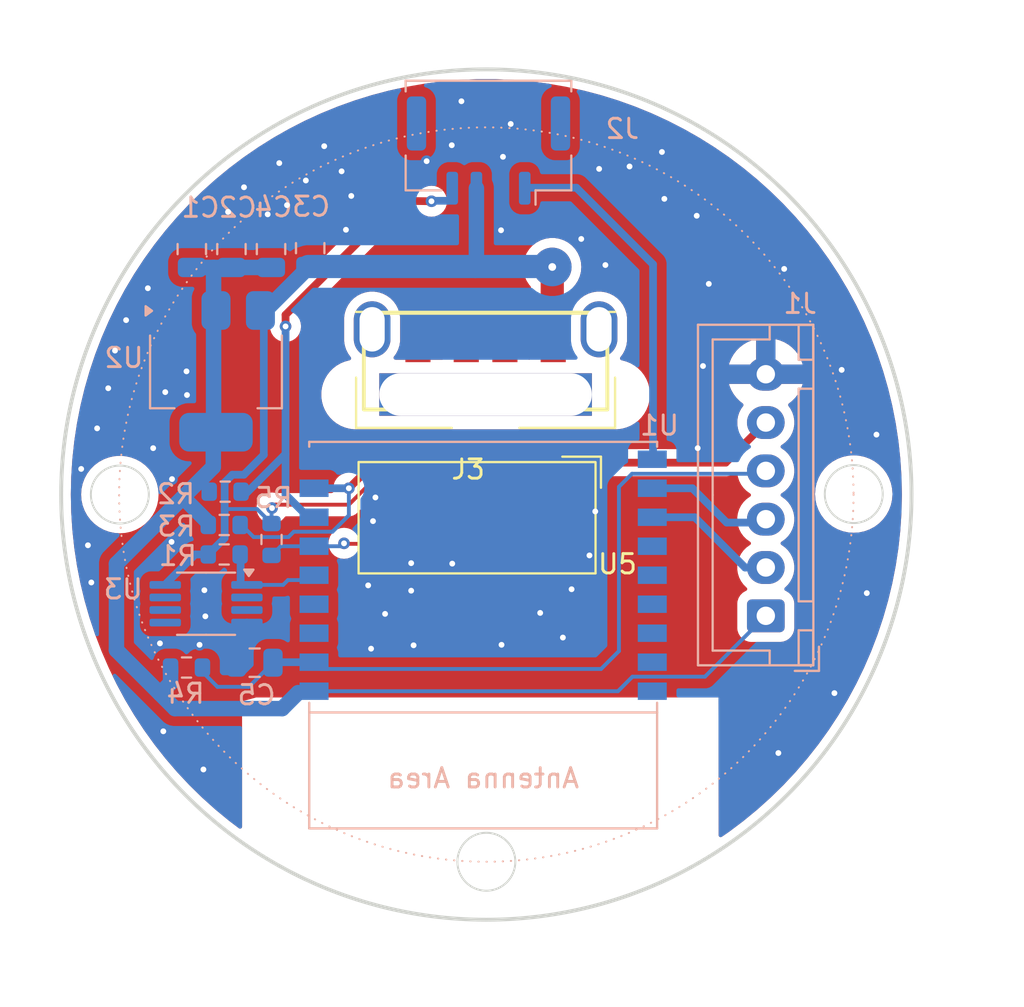
<source format=kicad_pcb>
(kicad_pcb (version 20240108) (generator "pcbnew") (generator_version "8.0")
  (layers (0 "F.Cu" signal) (31 "B.Cu" signal) (34 "B.Paste" user) (35 "F.Paste" user) (36 "B.SilkS" user "B.Silkscreen") (37 "F.SilkS" user "F.Silkscreen") (38 "B.Mask" user) (39 "F.Mask" user) (44 "Edge.Cuts" user))
  (net 0 "")
  (net 1 "+3V3")
  (net 2 "GND")
  (net 3 "+5V")
  (net 4 "/ESP32_EN")
  (net 5 "/ESP32_BOOT")
  (net 6 "/WS2812_DO")
  (net 7 "/WS2812_DI")
  (net 12 "/USB_SERIAL_TXO")
  (net 13 "/USB_SERIAL_RXI")
  (net 15 "/DS18B20-DQ")
  (net 24 "/DHT11")
  (footprint "Connector_USB:USB_A_Molex_105057_Vertical" (layer "F.Cu") (at 147.375 93.825 180)
    (property "Reference" "J3" (at 4.4 -7.05 0) (layer "F.SilkS"))
    (property "Value" "USB_A")
    (fp_line (start 10.2 1.1) (end -3.2 1.1) (stroke (width 0.12)) (layer "F.SilkS"))
    (fp_line (start 10.2 -4.9) (end 10.2 -2.3) (stroke (width 0.12)) (layer "F.SilkS"))
    (fp_line (start 10.2 -4.9) (end 5.25 -4.9) (stroke (width 0.12)) (layer "F.SilkS"))
    (fp_line (start -3.2 -4.9) (end 1.75 -4.9) (stroke (width 0.12)) (layer "F.SilkS"))
    (fp_line (start -3.2 -4.9) (end -3.2 -2.3) (stroke (width 0.12)) (layer "F.SilkS"))
    (pad "1" smd rect (at 0 0 180) (size 1.3 3) (layers "F.Cu" "F.Paste" "F.Mask") (net 3 "+5V"))
    (pad "2" smd rect (at 2.5 0 180) (size 1.3 3) (layers "F.Cu" "F.Paste" "F.Mask"))
    (pad "3" smd rect (at 4.5 0 180) (size 1.3 3) (layers "F.Cu" "F.Paste" "F.Mask"))
    (pad "4" smd rect (at 7 0 180) (size 1.3 3) (layers "F.Cu" "F.Paste" "F.Mask") (net 2 "GND"))
    (pad "5" thru_hole oval (at -2.37 0.2) (size 1.9 2.9) (drill oval 1.3 2.3) (layers "*.Cu" "*.Mask"))
    (pad "5" thru_hole rect (at 3.5 -3.175 90) (size 2.2 11) (drill oval 2.6 16) (layers "*.Cu" "*.Mask"))
    (pad "5" thru_hole oval (at 9.37 0.2 180) (size 1.9 2.9) (drill oval 1.3 2.3) (layers "*.Cu" "*.Mask"))
  )
  (footprint "Sensor:Aosong_DHT11_5.5x12.0_P2.54mm" (layer "F.Cu") (at 147.245 103.375 -90)
    (property "Reference" "U5" (at 2.4 -3.455 0) (layer "F.SilkS"))
    (property "Value" "DHT11" (hide yes))
    (fp_line (start -2.88 9.94) (end -2.88 -2.31) (stroke (width 0.12)) (layer "F.SilkS"))
    (fp_line (start 2.88 9.94) (end -2.88 9.94) (stroke (width 0.12)) (layer "F.SilkS"))
    (fp_line (start -2.87 -2.32) (end 2.87 -2.32) (stroke (width 0.12)) (layer "F.SilkS"))
    (fp_line (start 2.88 -2.32) (end 2.88 9.94) (stroke (width 0.12)) (layer "F.SilkS"))
    (fp_line (start -3.16 -2.6) (end -3.16 -0.6) (stroke (width 0.12)) (layer "F.SilkS"))
    (fp_line (start -3.16 -2.6) (end -1.55 -2.6) (stroke (width 0.12)) (layer "F.SilkS"))
    (pad "1" smd rect (at 0 0 270) (size 2 1.5) (layers "F.Cu" "F.Paste" "F.Mask") (net 3 "+5V"))
    (pad "2" smd rect (at 0 2.54 270) (size 2 1.5) (layers "F.Cu" "F.Paste" "F.Mask") (net 24 "/DHT11"))
    (pad "3" smd rect (at 0 5.08 270) (size 2 1.5) (layers "F.Cu" "F.Paste" "F.Mask"))
    (pad "4" smd rect (at 0 7.62 270) (size 2 1.5) (layers "F.Cu" "F.Paste" "F.Mask") (net 2 "GND"))
  )
  (footprint "Resistor_SMD:R_0603_1608Metric" (layer "B.Cu") (at 130.4 102.025 180)
    (property "Reference" "R2" (at 2.55 -0.125 0) (layer "B.SilkS") (effects (justify mirror)))
    (property "Value" "10k")
    (fp_line (start 0.237258 0.5225) (end -0.237258 0.5225) (stroke (width 0.12)) (layer "B.SilkS"))
    (fp_line (start 0.237258 -0.5225) (end -0.237258 -0.5225) (stroke (width 0.12)) (layer "B.SilkS"))
    (pad "1" smd roundrect (at -0.825 0 180) (size 0.8 0.95) (layers "B.Cu" "B.Paste" "B.Mask") (net 7 "/WS2812_DI"))
    (pad "2" smd roundrect (at 0.825 0 180) (size 0.8 0.95) (layers "B.Cu" "B.Paste" "B.Mask") (net 1 "+3V3"))
  )
  (footprint "Connector_JST:JST_XH_B6B-XH-A_1x06_P2.50mm_Vertical" (layer "B.Cu") (at 158.375 108.45 90)
    (property "Reference" "J1" (at 16.15 1.775 180) (layer "B.SilkS") (effects (justify mirror)))
    (property "Value" "Conn_01x06_Pin" (hide yes))
    (fp_line (start 15.06 -3.51) (end -2.56 -3.51) (stroke (width 0.12)) (layer "B.SilkS"))
    (fp_line (start -2.56 -3.51) (end -2.56 2.46) (stroke (width 0.12)) (layer "B.SilkS"))
    (fp_line (start 14.3 -2.75) (end 14.3 0.2) (stroke (width 0.12)) (layer "B.SilkS"))
    (fp_line (start 6.25 -2.75) (end 14.3 -2.75) (stroke (width 0.12)) (layer "B.SilkS"))
    (fp_line (start 6.25 -2.75) (end -1.8 -2.75) (stroke (width 0.12)) (layer "B.SilkS"))
    (fp_line (start -1.8 -2.75) (end -1.8 0.2) (stroke (width 0.12)) (layer "B.SilkS"))
    (fp_line (start 14.3 0.2) (end 15.05 0.2) (stroke (width 0.12)) (layer "B.SilkS"))
    (fp_line (start -1.8 0.2) (end -2.55 0.2) (stroke (width 0.12)) (layer "B.SilkS"))
    (fp_line (start -2.85 1.5) (end -2.85 2.75) (stroke (width 0.12)) (layer "B.SilkS"))
    (fp_line (start 15.05 1.7) (end 13.25 1.7) (stroke (width 0.12)) (layer "B.SilkS"))
    (fp_line (start 13.25 1.7) (end 13.25 2.45) (stroke (width 0.12)) (layer "B.SilkS"))
    (fp_line (start 11.75 1.7) (end 0.75 1.7) (stroke (width 0.12)) (layer "B.SilkS"))
    (fp_line (start 0.75 1.7) (end 0.75 2.45) (stroke (width 0.12)) (layer "B.SilkS"))
    (fp_line (start -0.75 1.7) (end -2.55 1.7) (stroke (width 0.12)) (layer "B.SilkS"))
    (fp_line (start -2.55 1.7) (end -2.55 2.45) (stroke (width 0.12)) (layer "B.SilkS"))
    (fp_line (start 15.05 2.45) (end 15.05 1.7) (stroke (width 0.12)) (layer "B.SilkS"))
    (fp_line (start 13.25 2.45) (end 15.05 2.45) (stroke (width 0.12)) (layer "B.SilkS"))
    (fp_line (start 11.75 2.45) (end 11.75 1.7) (stroke (width 0.12)) (layer "B.SilkS"))
    (fp_line (start 0.75 2.45) (end 11.75 2.45) (stroke (width 0.12)) (layer "B.SilkS"))
    (fp_line (start -0.75 2.45) (end -0.75 1.7) (stroke (width 0.12)) (layer "B.SilkS"))
    (fp_line (start -2.55 2.45) (end -0.75 2.45) (stroke (width 0.12)) (layer "B.SilkS"))
    (fp_line (start 15.06 2.46) (end 15.06 -3.51) (stroke (width 0.12)) (layer "B.SilkS"))
    (fp_line (start -2.56 2.46) (end 15.06 2.46) (stroke (width 0.12)) (layer "B.SilkS"))
    (fp_line (start -2.85 2.75) (end -1.6 2.75) (stroke (width 0.12)) (layer "B.SilkS"))
    (pad "1" thru_hole roundrect (at 0 0 90) (size 1.7 1.95) (drill 0.95) (layers "*.Cu" "*.Mask") (roundrect_rratio 0.147059) (net 1 "+3V3"))
    (pad "2" thru_hole oval (at 2.5 0 90) (size 1.7 1.95) (drill 0.95) (layers "*.Cu" "*.Mask") (net 13 "/USB_SERIAL_RXI"))
    (pad "3" thru_hole oval (at 5 0 90) (size 1.7 1.95) (drill 0.95) (layers "*.Cu" "*.Mask") (net 12 "/USB_SERIAL_TXO"))
    (pad "4" thru_hole oval (at 7.5 0 90) (size 1.7 1.95) (drill 0.95) (layers "*.Cu" "*.Mask") (net 4 "/ESP32_EN"))
    (pad "5" thru_hole oval (at 10 0 90) (size 1.7 1.95) (drill 0.95) (layers "*.Cu" "*.Mask") (net 5 "/ESP32_BOOT"))
    (pad "6" thru_hole oval (at 12.5 0 90) (size 1.7 1.95) (drill 0.95) (layers "*.Cu" "*.Mask") (net 2 "GND"))
  )
  (footprint "Connector_Molex:Molex_CLIK-Mate_502382-0470_1x04-1MP_P1.25mm_Vertical" (layer "B.Cu") (at 144.025 84.375 180)
    (property "Reference" "J2" (at -6.925 1.125 0) (layer "B.SilkS") (effects (justify mirror)))
    (property "Value" "Molex_01x04_Pin" (hide yes))
    (fp_line (start 4.285 3.61) (end -4.285 3.61) (stroke (width 0.12)) (layer "B.SilkS"))
    (fp_line (start 4.285 3.06) (end 4.285 3.61) (stroke (width 0.12)) (layer "B.SilkS"))
    (fp_line (start 4.285 -2.06) (end 4.285 -0.26) (stroke (width 0.12)) (layer "B.SilkS"))
    (fp_line (start 2.435 -2.06) (end 4.285 -2.06) (stroke (width 0.12)) (layer "B.SilkS"))
    (fp_line (start -2.435 -2.06) (end -4.285 -2.06) (stroke (width 0.12)) (layer "B.SilkS"))
    (fp_line (start -2.435 -2.8) (end -2.435 -2.06) (stroke (width 0.12)) (layer "B.SilkS"))
    (fp_line (start -4.285 3.61) (end -4.285 3.06) (stroke (width 0.12)) (layer "B.SilkS"))
    (fp_line (start -4.285 -2.06) (end -4.285 -0.26) (stroke (width 0.12)) (layer "B.SilkS"))
    (pad "1" smd roundrect (at -1.875 -1.95 180) (size 0.6 1.7) (layers "B.Cu" "B.Paste" "B.Mask") (net 6 "/WS2812_DO"))
    (pad "2" smd roundrect (at -0.625 -1.95 180) (size 0.6 1.7) (layers "B.Cu" "B.Paste" "B.Mask") (net 2 "GND"))
    (pad "3" smd roundrect (at 0.625 -1.95 180) (size 0.6 1.7) (layers "B.Cu" "B.Paste" "B.Mask") (net 3 "+5V"))
    (pad "4" smd roundrect (at 1.875 -1.95 180) (size 0.6 1.7) (layers "B.Cu" "B.Paste" "B.Mask") (net 7 "/WS2812_DI"))
    (pad "MP" smd roundrect (at -3.725 1.4 180) (size 1 2.8) (layers "B.Cu" "B.Paste" "B.Mask"))
    (pad "MP" smd roundrect (at 3.725 1.4 180) (size 1 2.8) (layers "B.Cu" "B.Paste" "B.Mask"))
  )
  (footprint "Resistor_SMD:R_0603_1608Metric" (layer "B.Cu") (at 132.8 104.5 -90)
    (property "Reference" "R5" (at -2.15 -0.1 180) (layer "B.SilkS") (effects (justify mirror)))
    (property "Value" "4.7k")
    (fp_line (start 0.237258 0.5225) (end -0.237258 0.5225) (stroke (width 0.12)) (layer "B.SilkS"))
    (fp_line (start 0.237258 -0.5225) (end -0.237258 -0.5225) (stroke (width 0.12)) (layer "B.SilkS"))
    (pad "1" smd roundrect (at -0.825 0 270) (size 0.8 0.95) (layers "B.Cu" "B.Paste" "B.Mask") (net 3 "+5V"))
    (pad "2" smd roundrect (at 0.825 0 270) (size 0.8 0.95) (layers "B.Cu" "B.Paste" "B.Mask") (net 24 "/DHT11"))
  )
  (footprint "Resistor_SMD:R_0603_1608Metric" (layer "B.Cu") (at 130.35 103.75 180)
    (property "Reference" "R3" (at 2.475 -0.075 0) (layer "B.SilkS") (effects (justify mirror)))
    (property "Value" "10k")
    (fp_line (start 0.237258 0.5225) (end -0.237258 0.5225) (stroke (width 0.12)) (layer "B.SilkS"))
    (fp_line (start 0.237258 -0.5225) (end -0.237258 -0.5225) (stroke (width 0.12)) (layer "B.SilkS"))
    (pad "1" smd roundrect (at -0.825 0 180) (size 0.8 0.95) (layers "B.Cu" "B.Paste" "B.Mask") (net 5 "/ESP32_BOOT"))
    (pad "2" smd roundrect (at 0.825 0 180) (size 0.8 0.95) (layers "B.Cu" "B.Paste" "B.Mask") (net 1 "+3V3"))
  )
  (footprint "Resistor_SMD:R_0603_1608Metric" (layer "B.Cu") (at 130.35 105.275)
    (property "Reference" "R1" (at -2.4 0.075 0) (layer "B.SilkS") (effects (justify mirror)))
    (property "Value" "4.7k")
    (fp_line (start 0.237258 -0.5225) (end -0.237258 -0.5225) (stroke (width 0.12)) (layer "B.SilkS"))
    (fp_line (start 0.237258 0.5225) (end -0.237258 0.5225) (stroke (width 0.12)) (layer "B.SilkS"))
    (pad "1" smd roundrect (at -0.825 0) (size 0.8 0.95) (layers "B.Cu" "B.Paste" "B.Mask") (net 3 "+5V"))
    (pad "2" smd roundrect (at 0.825 0) (size 0.8 0.95) (layers "B.Cu" "B.Paste" "B.Mask") (net 15 "/DS18B20-DQ"))
  )
  (footprint "Capacitor_SMD:C_0805_2012Metric" (layer "B.Cu") (at 131.925 110.875 180)
    (property "Reference" "C5" (at -0.1 -1.675 180) (layer "B.SilkS") (effects (justify mirror)))
    (property "Value" "0.1uF")
    (fp_line (start 0.261252 0.735) (end -0.261252 0.735) (stroke (width 0.12)) (layer "B.SilkS"))
    (fp_line (start 0.261252 -0.735) (end -0.261252 -0.735) (stroke (width 0.12)) (layer "B.SilkS"))
    (pad "1" smd roundrect (at -0.95 0 180) (size 1 1.45) (layers "B.Cu" "B.Paste" "B.Mask") (net 4 "/ESP32_EN"))
    (pad "2" smd roundrect (at 0.95 0 180) (size 1 1.45) (layers "B.Cu" "B.Paste" "B.Mask") (net 2 "GND"))
  )
  (footprint "Capacitor_SMD:C_0805_2012Metric" (layer "B.Cu") (at 132.775 89.475 90)
    (property "Reference" "C4" (at 2.175 0.125 180) (layer "B.SilkS") (effects (justify mirror)))
    (property "Value" "10uF")
    (fp_line (start 0.261252 -0.735) (end -0.261252 -0.735) (stroke (width 0.12)) (layer "B.SilkS"))
    (fp_line (start 0.261252 0.735) (end -0.261252 0.735) (stroke (width 0.12)) (layer "B.SilkS"))
    (pad "1" smd roundrect (at -0.95 0 90) (size 1 1.45) (layers "B.Cu" "B.Paste" "B.Mask") (net 1 "+3V3"))
    (pad "2" smd roundrect (at 0.95 0 90) (size 1 1.45) (layers "B.Cu" "B.Paste" "B.Mask") (net 2 "GND"))
  )
  (footprint "Capacitor_SMD:C_0805_2012Metric" (layer "B.Cu") (at 130.725 89.475 90)
    (property "Reference" "C2" (at 2.15 0.325 0) (layer "B.SilkS") (effects (justify mirror)))
    (property "Value" "0.1uF")
    (fp_line (start 0.261252 -0.735) (end -0.261252 -0.735) (stroke (width 0.12)) (layer "B.SilkS"))
    (fp_line (start 0.261252 0.735) (end -0.261252 0.735) (stroke (width 0.12)) (layer "B.SilkS"))
    (pad "1" smd roundrect (at -0.95 0 90) (size 1 1.45) (layers "B.Cu" "B.Paste" "B.Mask") (net 1 "+3V3"))
    (pad "2" smd roundrect (at 0.95 0 90) (size 1 1.45) (layers "B.Cu" "B.Paste" "B.Mask") (net 2 "GND"))
  )
  (footprint "Resistor_SMD:R_0603_1608Metric" (layer "B.Cu") (at 128.4 111.125 180)
    (property "Reference" "R4" (at 0.05 -1.35 0) (layer "B.SilkS") (effects (justify mirror)))
    (property "Value" "10k")
    (fp_line (start 0.237258 0.5225) (end -0.237258 0.5225) (stroke (width 0.12)) (layer "B.SilkS"))
    (fp_line (start 0.237258 -0.5225) (end -0.237258 -0.5225) (stroke (width 0.12)) (layer "B.SilkS"))
    (pad "1" smd roundrect (at -0.825 0 180) (size 0.8 0.95) (layers "B.Cu" "B.Paste" "B.Mask") (net 4 "/ESP32_EN"))
    (pad "2" smd roundrect (at 0.825 0 180) (size 0.8 0.95) (layers "B.Cu" "B.Paste" "B.Mask") (net 1 "+3V3"))
  )
  (footprint "Capacitor_SMD:C_0805_2012Metric" (layer "B.Cu") (at 134.8 89.425 90)
    (property "Reference" "C3" (at 2.15 0.05 180) (layer "B.SilkS") (effects (justify mirror)))
    (property "Value" "10uF")
    (fp_line (start 0.261252 -0.735) (end -0.261252 -0.735) (stroke (width 0.12)) (layer "B.SilkS"))
    (fp_line (start 0.261252 0.735) (end -0.261252 0.735) (stroke (width 0.12)) (layer "B.SilkS"))
    (pad "1" smd roundrect (at -0.95 0 90) (size 1 1.45) (layers "B.Cu" "B.Paste" "B.Mask") (net 3 "+5V"))
    (pad "2" smd roundrect (at 0.95 0 90) (size 1 1.45) (layers "B.Cu" "B.Paste" "B.Mask") (net 2 "GND"))
  )
  (footprint "Capacitor_SMD:C_0805_2012Metric" (layer "B.Cu") (at 128.675 89.475 90)
    (property "Reference" "C1" (at 2.15 0.45 180) (layer "B.SilkS") (effects (justify mirror)))
    (property "Value" "10uF")
    (fp_line (start 0.261252 -0.735) (end -0.261252 -0.735) (stroke (width 0.12)) (layer "B.SilkS"))
    (fp_line (start 0.261252 0.735) (end -0.261252 0.735) (stroke (width 0.12)) (layer "B.SilkS"))
    (pad "1" smd roundrect (at -0.95 0 90) (size 1 1.45) (layers "B.Cu" "B.Paste" "B.Mask") (net 1 "+3V3"))
    (pad "2" smd roundrect (at 0.95 0 90) (size 1 1.45) (layers "B.Cu" "B.Paste" "B.Mask") (net 2 "GND"))
  )
  (footprint "PCM_Espressif:ESP32-C3-WROOM-02" (layer "B.Cu") (at 143.75 106.45)
    (property "Reference" "U1" (at 9.125 -7.85 0) (layer "B.SilkS") (effects (justify mirror)))
    (property "Value" "ESP32-C3-WROOM-02")
    (fp_line (start -9 -7) (end 9 -7) (stroke (width 0.12)) (layer "B.SilkS"))
    (fp_line (start -9 -6.75) (end -9 -7) (stroke (width 0.12)) (layer "B.SilkS"))
    (fp_line (start -9 6.5) (end -9 13) (stroke (width 0.12)) (layer "B.SilkS"))
    (fp_line (start -8.95 7) (end 9 7) (stroke (width 0.12)) (layer "B.SilkS"))
    (fp_line (start 9 -7) (end 9 -6.75) (stroke (width 0.12)) (layer "B.SilkS"))
    (fp_line (start 9 6.5) (end 9 13) (stroke (width 0.12)) (layer "B.SilkS"))
    (fp_line (start 9 13) (end -9 13) (stroke (width 0.12)) (layer "B.SilkS"))
    (fp_text user "Antenna Area" (at 0 10.4 0) (layer "B.SilkS") (effects (justify mirror)))
    (pad "1" smd rect (at -8.75 5.9) (size 1.5 0.9) (layers "B.Cu" "B.Paste" "B.Mask") (net 1 "+3V3"))
    (pad "2" smd rect (at -8.75 4.4) (size 1.5 0.9) (layers "B.Cu" "B.Paste" "B.Mask") (net 4 "/ESP32_EN"))
    (pad "3" smd rect (at -8.75 2.9) (size 1.5 0.9) (layers "B.Cu" "B.Paste" "B.Mask"))
    (pad "4" smd rect (at -8.75 1.4) (size 1.5 0.9) (layers "B.Cu" "B.Paste" "B.Mask"))
    (pad "5" smd rect (at -8.75 -0.1) (size 1.5 0.9) (layers "B.Cu" "B.Paste" "B.Mask") (net 15 "/DS18B20-DQ"))
    (pad "6" smd rect (at -8.75 -1.6) (size 1.5 0.9) (layers "B.Cu" "B.Paste" "B.Mask") (net 24 "/DHT11"))
    (pad "7" smd rect (at -8.75 -3.1) (size 1.5 0.9) (layers "B.Cu" "B.Paste" "B.Mask") (net 7 "/WS2812_DI"))
    (pad "8" smd rect (at -8.75 -4.6) (size 1.5 0.9) (layers "B.Cu" "B.Paste" "B.Mask") (net 5 "/ESP32_BOOT"))
    (pad "9" smd rect (at -8.75 -6.1) (size 1.5 0.9) (layers "B.Cu" "B.Paste" "B.Mask") (net 2 "GND"))
    (pad "10" smd rect (at 8.75 -6.1 180) (size 1.5 0.9) (layers "B.Cu" "B.Paste" "B.Mask") (net 6 "/WS2812_DO"))
    (pad "11" smd rect (at 8.75 -4.6 180) (size 1.5 0.9) (layers "B.Cu" "B.Paste" "B.Mask") (net 12 "/USB_SERIAL_TXO"))
    (pad "12" smd rect (at 8.75 -3.1 180) (size 1.5 0.9) (layers "B.Cu" "B.Paste" "B.Mask") (net 13 "/USB_SERIAL_RXI"))
    (pad "13" smd rect (at 8.75 -1.6 180) (size 1.5 0.9) (layers "B.Cu" "B.Paste" "B.Mask"))
    (pad "14" smd rect (at 8.75 -0.1 180) (size 1.5 0.9) (layers "B.Cu" "B.Paste" "B.Mask"))
    (pad "15" smd rect (at 8.75 1.4 180) (size 1.5 0.9) (layers "B.Cu" "B.Paste" "B.Mask"))
    (pad "16" smd rect (at 8.75 2.9 180) (size 1.5 0.9) (layers "B.Cu" "B.Paste" "B.Mask"))
    (pad "17" smd rect (at 8.75 4.4 180) (size 1.5 0.9) (layers "B.Cu" "B.Paste" "B.Mask"))
    (pad "18" smd rect (at 8.75 5.9 180) (size 1.5 0.9) (layers "B.Cu" "B.Paste" "B.Mask"))
    (pad "19" smd rect (at -0.14 -1.4 180) (size 0.7 0.7) (layers "B.Cu" "B.Paste" "B.Mask") (net 2 "GND"))
    (pad "19" smd rect (at -0.14 -0.3 180) (size 0.7 0.7) (layers "B.Cu" "B.Paste" "B.Mask") (net 2 "GND"))
    (pad "19" smd rect (at -0.14 0.8 180) (size 0.7 0.7) (layers "B.Cu" "B.Paste" "B.Mask") (net 2 "GND"))
    (pad "19" smd rect (at 0.91 -1.4 180) (size 0.7 0.7) (layers "B.Cu" "B.Paste" "B.Mask") (net 2 "GND"))
    (pad "19" smd rect (at 0.91 -0.3 180) (size 0.7 0.7) (layers "B.Cu" "B.Paste" "B.Mask") (net 2 "GND"))
    (pad "19" smd rect (at 0.91 0.8 180) (size 0.7 0.7) (layers "B.Cu" "B.Paste" "B.Mask") (net 2 "GND"))
    (pad "19" smd rect (at 2.06 -1.4 180) (size 0.7 0.7) (layers "B.Cu" "B.Paste" "B.Mask") (net 2 "GND"))
    (pad "19" smd rect (at 2.06 -0.3 180) (size 0.7 0.7) (layers "B.Cu" "B.Paste" "B.Mask") (net 2 "GND"))
    (pad "19" smd rect (at 2.06 0.8 180) (size 0.7 0.7) (layers "B.Cu" "B.Paste" "B.Mask") (net 2 "GND"))
    (zone (net 0) (net_name "") (layers "*.Cu") (name "antenna keepout") (connect_pads (clearance 0)) (min_thickness 0.254)
      (keepout (tracks not_allowed) (vias not_allowed) (pads not_allowed) (copperpour not_allowed) (footprints not_allowed))
      (fill (thermal_gap 0.508) (thermal_bridge_width 0.508))
      (polygon (pts (xy 152.75 113.45) (xy 134.75 113.45) (xy 134.75 119.45) (xy 152.75 119.45)))
    )
  )
  (footprint "Package_SO:MSOP-8_3x3mm_P0.65mm" (layer "B.Cu") (at 129.4125 107.825 180)
    (property "Reference" "U3" (at 4.2875 0.75 0) (layer "B.SilkS") (effects (justify mirror)))
    (property "Value" "DS18B20U")
    (fp_line (start 1.5 1.61) (end 0 1.61) (stroke (width 0.12)) (layer "B.SilkS"))
    (fp_line (start 1.5 -1.61) (end 0 -1.61) (stroke (width 0.12)) (layer "B.SilkS"))
    (fp_line (start -1.5 1.61) (end 0 1.61) (stroke (width 0.12)) (layer "B.SilkS"))
    (fp_line (start -1.5 -1.61) (end 0 -1.61) (stroke (width 0.12)) (layer "B.SilkS"))
    (fp_poly (pts (xy -2.2125 1.435) (xy -2.4525 1.765) (xy -1.9725 1.765) (xy -2.2125 1.435)) (stroke (width 0.12)) (fill solid) (layer "B.SilkS"))
    (pad "1" smd roundrect (at -2.1125 0.975 180) (size 1.625 0.4) (layers "B.Cu" "B.Paste" "B.Mask") (net 15 "/DS18B20-DQ"))
    (pad "2" smd roundrect (at -2.1125 0.325 180) (size 1.625 0.4) (layers "B.Cu" "B.Paste" "B.Mask"))
    (pad "3" smd roundrect (at -2.1125 -0.325 180) (size 1.625 0.4) (layers "B.Cu" "B.Paste" "B.Mask"))
    (pad "4" smd roundrect (at -2.1125 -0.975 180) (size 1.625 0.4) (layers "B.Cu" "B.Paste" "B.Mask") (net 2 "GND"))
    (pad "5" smd roundrect (at 2.1125 -0.975 180) (size 1.625 0.4) (layers "B.Cu" "B.Paste" "B.Mask"))
    (pad "6" smd roundrect (at 2.1125 -0.325 180) (size 1.625 0.4) (layers "B.Cu" "B.Paste" "B.Mask"))
    (pad "7" smd roundrect (at 2.1125 0.325 180) (size 1.625 0.4) (layers "B.Cu" "B.Paste" "B.Mask"))
    (pad "8" smd roundrect (at 2.1125 0.975 180) (size 1.625 0.4) (layers "B.Cu" "B.Paste" "B.Mask") (net 3 "+5V"))
  )
  (footprint "Package_TO_SOT_SMD:SOT-223-3_TabPin2" (layer "B.Cu") (at 129.925 95.8 -90)
    (property "Reference" "U2" (at -0.7 4.7625 180) (layer "B.SilkS") (effects (justify mirror)))
    (property "Value" "ASM1117-3.3V")
    (fp_line (start 1.91 3.41) (end -1.85 3.41) (stroke (width 0.12)) (layer "B.SilkS"))
    (fp_line (start 1.91 2.15) (end 1.91 3.41) (stroke (width 0.12)) (layer "B.SilkS"))
    (fp_line (start 1.91 -2.15) (end 1.91 -3.41) (stroke (width 0.12)) (layer "B.SilkS"))
    (fp_line (start 1.91 -3.41) (end -1.85 -3.41) (stroke (width 0.12)) (layer "B.SilkS"))
    (fp_poly (pts (xy -3.13 3.31) (xy -3.37 3.64) (xy -2.89 3.64) (xy -3.13 3.31)) (stroke (width 0.12)) (fill solid) (layer "B.SilkS"))
    (pad "1" smd roundrect (at -3.15 2.3 270) (size 2 1.5) (layers "B.Cu" "B.Paste" "B.Mask") (net 2 "GND"))
    (pad "2" smd roundrect (at -3.15 0 270) (size 2 1.5) (layers "B.Cu" "B.Paste" "B.Mask") (net 1 "+3V3"))
    (pad "2" smd roundrect (at 3.15 0 270) (size 2 3.8) (layers "B.Cu" "B.Paste" "B.Mask") (net 1 "+3V3"))
    (pad "3" smd roundrect (at -3.15 -2.3 270) (size 2 1.5) (layers "B.Cu" "B.Paste" "B.Mask") (net 3 "+5V"))
  )
  (gr_circle (center 143.915 102.175) (end 162.915 102.175) (stroke (width 0.1) (type dot)) (fill none) (layer "B.SilkS"))
  (gr_rect (start 137.575 92.775) (end 150.175 97.775) (stroke (width 0.2)) (fill none) (layer "F.SilkS"))
  (gr_circle (center 124.95 102.175) (end 126.45 102.175) (stroke (width 0.1)) (fill none) (layer "Edge.Cuts"))
  (gr_circle (center 143.915 121.175) (end 145.415 121.175) (stroke (width 0.1)) (fill none) (layer "Edge.Cuts"))
  (gr_circle (center 162.925 102.15) (end 164.425 102.15) (stroke (width 0.1)) (fill none) (layer "Edge.Cuts"))
  (gr_circle (center 143.915 102.175) (end 165.915 102.175) (stroke (width 0.2)) (fill none) (layer "Edge.Cuts"))
  (segment (start 127.8 113.25) (end 128.9 113.25) (width 0.8) (layer "B.Cu") (net 1))
  (segment (start 129.8 99.5375) (end 129.7875 99.55) (width 0.8) (layer "B.Cu") (net 1))
  (segment (start 151.475 111.6) (end 150.725 112.35) (width 0.2) (layer "B.Cu") (net 1))
  (segment (start 124.775 110.225) (end 127.8 113.25) (width 0.8) (layer "B.Cu") (net 1))
  (segment (start 127.575 111.925) (end 127.025 112.475) (width 0.8) (layer "B.Cu") (net 1))
  (segment (start 127.575 111.125) (end 127.575 111.925) (width 0.8) (layer "B.Cu") (net 1))
  (segment (start 128.9 113.25) (end 133.35 113.25) (width 0.8) (layer "B.Cu") (net 1))
  (segment (start 129.7875 100.743793) (end 124.775 105.756293) (width 0.8) (layer "B.Cu") (net 1))
  (segment (start 129.8 90.425) (end 129.8 99.5375) (width 0.8) (layer "B.Cu") (net 1))
  (segment (start 132.625 90.425) (end 132.65 90.4) (width 0.2) (layer "B.Cu") (net 1))
  (segment (start 128.475 90.425) (end 132.625 90.425) (width 0.8) (layer "B.Cu") (net 1))
  (segment (start 129.525 103.625) (end 128.215646 102.315646) (width 0.8) (layer "B.Cu") (net 1))
  (segment (start 124.775 105.756293) (end 124.775 110.225) (width 0.8) (layer "B.Cu") (net 1))
  (segment (start 129.7875 99.55) (end 129.7875 100.743793) (width 0.8) (layer "B.Cu") (net 1))
  (segment (start 133.35 113.25) (end 134.175 112.425) (width 0.8) (layer "B.Cu") (net 1))
  (segment (start 129.525 103.675) (end 129.525 103.625) (width 0.8) (layer "B.Cu") (net 1))
  (segment (start 130.1625 90.8125) (end 130.575 90.4) (width 0.2) (layer "B.Cu") (net 1))
  (segment (start 150.725 112.35) (end 135 112.35) (width 0.2) (layer "B.Cu") (net 1))
  (segment (start 158.375 108.45) (end 155.225 111.6) (width 0.2) (layer "B.Cu") (net 1))
  (segment (start 155.225 111.6) (end 151.475 111.6) (width 0.2) (layer "B.Cu") (net 1))
  (via (at 127.625 104.625) (size 0.6) (drill 0.3) (layers "F.Cu" "B.Cu") (net 2))
  (via (at 148.325 107.075) (size 0.6) (drill 0.3) (layers "F.Cu" "B.Cu") (net 2))
  (via (at 145.175 83) (size 0.6) (drill 0.3) (layers "F.Cu" "B.Cu") (net 2))
  (via (at 128.4 95.8) (size 0.6) (drill 0.3) (layers "F.Cu" "B.Cu") (net 2))
  (via (at 148.825 88.95) (size 0.6) (drill 0.3) (layers "F.Cu" "B.Cu") (net 2))
  (via (at 144.675 88.5) (size 0.6) (drill 0.3) (layers "F.Cu" "B.Cu") (net 2))
  (via (at 136.425 85.45) (size 0.6) (drill 0.3) (layers "F.Cu" "B.Cu") (net 2))
  (via (at 144.775 84.7) (size 0.6) (drill 0.3) (layers "F.Cu" "B.Cu") (net 2))
  (via (at 147.875 109.575) (size 0.6) (drill 0.3) (layers "F.Cu" "B.Cu") (net 2))
  (via (at 142.625 81.825) (size 0.6) (drill 0.3) (layers "F.Cu" "B.Cu") (net 2))
  (via (at 137.95 110.15) (size 0.6) (drill 0.3) (layers "F.Cu" "B.Cu") (net 2))
  (via (at 127.65 101.375) (size 0.6) (drill 0.3) (layers "F.Cu" "B.Cu") (net 2))
  (via (at 124.7 94.725) (size 0.6) (drill 0.3) (layers "F.Cu" "B.Cu") (net 2))
  (via (at 155.125 95.525) (size 0.6) (drill 0.3) (layers "F.Cu" "B.Cu") (net 2))
  (via (at 136.65 88.475) (size 0.6) (drill 0.3) (layers "F.Cu" "B.Cu") (net 2))
  (via (at 137.8 106.875) (size 0.6) (drill 0.3) (layers "F.Cu" "B.Cu") (net 2))
  (via (at 149.55 103.05) (size 0.6) (drill 0.3) (layers "F.Cu" "B.Cu") (net 2))
  (via (at 127.2 114.425) (size 0.6) (drill 0.3) (layers "F.Cu" "B.Cu") (net 2))
  (via (at 125.275 93.15) (size 0.6) (drill 0.3) (layers "F.Cu" "B.Cu") (net 2))
  (via (at 138.05 103.55) (size 0.6) (drill 0.3) (layers "F.Cu" "B.Cu") (net 2))
  (via (at 132.6 87.675) (size 0.6) (drill 0.3) (layers "F.Cu" "B.Cu") (net 2))
  (via (at 154.8 87.75) (size 0.6) (drill 0.3) (layers "F.Cu" "B.Cu") (net 2))
  (via (at 138.175 102.325) (size 0.6) (drill 0.3) (layers "F.Cu" "B.Cu") (net 2))
  (via (at 140.825 84.925) (size 0.6) (drill 0.3) (layers "F.Cu" "B.Cu") (net 2))
  (via (at 161.925 112.45) (size 0.6) (drill 0.3) (layers "F.Cu" "B.Cu") (net 2))
  (via (at 138.675 108.35) (size 0.6) (drill 0.3) (layers "F.Cu" "B.Cu") (net 2))
  (via (at 162.3 95.725) (size 0.6) (drill 0.3) (layers "F.Cu" "B.Cu") (net 2))
  (via (at 133.6 87.2) (size 0.6) (drill 0.3) (layers "F.Cu" "B.Cu") (net 2))
  (via (at 134.575 85.925) (size 0.6) (drill 0.3) (layers "F.Cu" "B.Cu") (net 2))
  (via (at 131.375 86.275) (size 0.6) (drill 0.3) (layers "F.Cu" "B.Cu") (net 2))
  (via (at 126.4 91.5) (size 0.6) (drill 0.3) (layers "F.Cu" "B.Cu") (net 2))
  (via (at 146.7 108.3) (size 0.6) (drill 0.3) (layers "F.Cu" "B.Cu") (net 2))
  (via (at 123.775 98.75) (size 0.6) (drill 0.3) (layers "F.Cu" "B.Cu") (net 2))
  (via (at 133.2 85.025) (size 0.6) (drill 0.3) (layers "F.Cu" "B.Cu") (net 2))
  (via (at 140.15 109.975) (size 0.6) (drill 0.3) (layers "F.Cu" "B.Cu") (net 2))
  (via (at 153.125 86.875) (size 0.6) (drill 0.3) (layers "F.Cu" "B.Cu") (net 2))
  (via (at 163.6 107.275) (size 0.6) (drill 0.3) (layers "F.Cu" "B.Cu") (net 2))
  (via (at 126.675 99.775) (size 0.6) (drill 0.3) (layers "F.Cu" "B.Cu") (net 2))
  (via (at 127.3 96.875) (size 0.6) (drill 0.3) (layers "F.Cu" "B.Cu") (net 2))
  (via (at 153 84.45) (size 0.6) (drill 0.3) (layers "F.Cu" "B.Cu") (net 2))
  (via (at 140.025 105.725) (size 0.6) (drill 0.3) (layers "F.Cu" "B.Cu") (net 2))
  (via (at 136.925 86.725) (size 0.6) (drill 0.3) (layers "F.Cu" "B.Cu") (net 2))
  (via (at 130.55 87.55) (size 0.6) (drill 0.3) (layers "F.Cu" "B.Cu") (net 2))
  (via (at 127.025 109.875) (size 0.6) (drill 0.3) (layers "F.Cu" "B.Cu") (net 2))
  (via (at 124.35 96.675) (size 0.6) (drill 0.3) (layers "F.Cu" "B.Cu") (net 2))
  (via (at 154.85 99.775) (size 0.6) (drill 0.3) (layers "F.Cu" "B.Cu") (net 2))
  (via (at 123.475 106.725) (size 0.6) (drill 0.3) (layers "F.Cu" "B.Cu") (net 2))
  (via (at 150.075 90.3) (size 0.6) (drill 0.3) (layers "F.Cu" "B.Cu") (net 2))
  (via (at 155.425 91.275) (size 0.6) (drill 0.3) (layers "F.Cu" "B.Cu") (net 2))
  (via (at 140.025 107.15) (size 0.6) (drill 0.3) (layers "F.Cu" "B.Cu") (net 2))
  (via (at 159.325 90.5) (size 0.6) (drill 0.3) (layers "F.Cu" "B.Cu") (net 2))
  (via (at 135.525 84.15) (size 0.6) (drill 0.3) (layers "F.Cu" "B.Cu") (net 2))
  (via (at 129.075 109.95) (size 0.6) (drill 0.3) (layers "F.Cu" "B.Cu") (net 2))
  (via (at 149.25 105.325) (size 0.6) (drill 0.3) (layers "F.Cu" "B.Cu") (net 2))
  (via (at 129.375 108.475) (size 0.6) (drill 0.3) (layers "F.Cu" "B.Cu") (net 2))
  (via (at 159.025 115.55) (size 0.6) (drill 0.3) (layers "F.Cu" "B.Cu") (net 2))
  (via (at 151.325 85.2) (size 0.6) (drill 0.3) (layers "F.Cu" "B.Cu") (net 2))
  (via (at 123.3 104.8) (size 0.6) (drill 0.3) (layers "F.Cu" "B.Cu") (net 2))
  (via (at 129.325 107.125) (size 0.6) (drill 0.3) (layers "F.Cu" "B.Cu") (net 2))
  (via (at 128.425 97.025) (size 0.6) (drill 0.3) (layers "F.Cu" "B.Cu") (net 2))
  (via (at 129.275 116.4) (size 0.6) (drill 0.3) (layers "F.Cu" "B.Cu") (net 2))
  (via (at 142.125 84.1) (size 0.6) (drill 0.3) (layers "F.Cu" "B.Cu") (net 2))
  (via (at 142.15 105.75) (size 0.6) (drill 0.3) (layers "F.Cu" "B.Cu") (net 2))
  (via (at 149.75 85.325) (size 0.6) (drill 0.3) (layers "F.Cu" "B.Cu") (net 2))
  (via (at 122.95 100.85) (size 0.6) (drill 0.3) (layers "F.Cu" "B.Cu") (net 2))
  (via (at 164.1 99.075) (size 0.6) (drill 0.3) (layers "F.Cu" "B.Cu") (net 2))
  (via (at 144.7 109.95) (size 0.6) (drill 0.3) (layers "F.Cu" "B.Cu") (net 2))
  (segment (start 131.525 108.8) (end 130.975 109.35) (width 0.4) (layer "B.Cu") (net 2))
  (segment (start 130.975 109.35) (end 130.975 110.875) (width 0.4) (layer "B.Cu") (net 2))
  (segment (start 127.840099 104.625) (end 127.625 104.625) (width 0.2) (layer "B.Cu") (net 2))
  (segment (start 128.475 88.525) (end 134.65 88.525) (width 0.8) (layer "B.Cu") (net 2))
  (segment (start 127.45 92.8625) (end 127.3 92.7125) (width 0.4) (layer "B.Cu") (net 2))
  (segment (start 127.8625 93.275) (end 127.45 92.8625) (width 0.2) (layer "B.Cu") (net 2))
  (segment (start 134.65 88.525) (end 134.7 88.475) (width 0.2) (layer "B.Cu") (net 2))
  (segment (start 128.3 88.525) (end 128.675 88.525) (width 0.4) (layer "B.Cu") (net 2))
  (segment (start 134.7 88.475) (end 136.8 86.375) (width 0.4) (layer "B.Cu") (net 2))
  (segment (start 133.05 102.7) (end 133 102.7) (width 0.2) (layer "F.Cu") (net 3))
  (segment (start 145.595 101.725) (end 139.5 101.725) (width 0.2) (layer "F.Cu") (net 3))
  (segment (start 132.825 102.875) (end 132.8 102.9) (width 0.2) (layer "F.Cu") (net 3))
  (segment (start 147.325 90.4) (end 147.325 93.775) (width 1.2) (layer "F.Cu") (net 3))
  (segment (start 147.245 103.375) (end 145.595 101.725) (width 0.2) (layer "F.Cu") (net 3))
  (segment (start 139.5 101.725) (end 137.773529 101.725) (width 0.2) (layer "F.Cu") (net 3))
  (segment (start 133 102.7) (end 132.825 102.875) (width 0.2) (layer "F.Cu") (net 3))
  (segment (start 137.773529 101.725) (end 136.798529 102.7) (width 0.2) (layer "F.Cu") (net 3))
  (segment (start 136.798529 102.7) (end 133.05 102.7) (width 0.2) (layer "F.Cu") (net 3))
  (via (at 147.325 90.4) (size 2) (drill 0.4) (layers "F.Cu" "B.Cu") (net 3))
  (via (at 132.825 102.875) (size 0.6) (drill 0.3) (layers "F.Cu" "B.Cu") (net 3))
  (segment (start 134.7 90.43401) (end 132.48401 92.65) (width 0.8) (layer "B.Cu") (net 3))
  (segment (start 143.4 90.325) (end 143.35 90.375) (width 0.2) (layer "B.Cu") (net 3))
  (segment (start 132.48401 92.65) (end 132.225 92.65) (width 0.8) (layer "B.Cu") (net 3))
  (segment (start 147.325 90.4) (end 147.175 90.25) (width 1.2) (layer "B.Cu") (net 3))
  (segment (start 132.1 93.2625) (end 132.4 93.5625) (width 0.4) (layer "B.Cu") (net 3))
  (segment (start 134.7 90.375) (end 134.825 90.25) (width 0.8) (layer "B.Cu") (net 3))
  (segment (start 134.7 90.375) (end 134.7 90.43401) (width 0.8) (layer "B.Cu") (net 3))
  (segment (start 130.375 101.54593) (end 130.375 102.925) (width 0.4) (layer "B.Cu") (net 3))
  (segment (start 147.3 90.375) (end 147.325 90.4) (width 1.2) (layer "B.Cu") (net 3))
  (segment (start 130.325 104.475) (end 129.525 105.275) (width 0.4) (layer "B.Cu") (net 3))
  (segment (start 132.4 93.5625) (end 132.4 100.117564) (width 0.4) (layer "B.Cu") (net 3))
  (segment (start 130.77093 101.15) (end 130.375 101.54593) (width 0.4) (layer "B.Cu") (net 3))
  (segment (start 132.4 100.117564) (end 131.367564 101.15) (width 0.4) (layer "B.Cu") (net 3))
  (segment (start 130.375 102.925) (end 130.375 104.425) (width 0.4) (layer "B.Cu") (net 3))
  (segment (start 132.8 102.9) (end 132.825 102.875) (width 0.2) (layer "B.Cu") (net 3))
  (segment (start 132.05 102.925) (end 130.375 102.925) (width 0.2) (layer "B.Cu") (net 3))
  (segment (start 130.375 104.425) (end 130.325 104.475) (width 0.4) (layer "B.Cu") (net 3))
  (segment (start 132.8 103.675) (end 132.05 102.925) (width 0.2) (layer "B.Cu") (net 3))
  (segment (start 128.85 105.275) (end 127.375 106.75) (width 0.4) (layer "B.Cu") (net 3))
  (segment (start 132.8 103.675) (end 132.8 102.9) (width 0.2) (layer "B.Cu") (net 3))
  (segment (start 129.525 105.275) (end 128.85 105.275) (width 0.4) (layer "B.Cu") (net 3))
  (segment (start 143.35 90.375) (end 147.3 90.375) (width 1.2) (layer "B.Cu") (net 3))
  (segment (start 147.325 90.4) (end 147.425 90.3) (width 1.2) (layer "B.Cu") (net 3))
  (segment (start 134.7 90.375) (end 143.35 90.375) (width 1.2) (layer "B.Cu") (net 3))
  (segment (start 143.4 86.325) (end 143.4 90.325) (width 0.8) (layer "B.Cu") (net 3))
  (segment (start 131.367564 101.15) (end 130.77093 101.15) (width 0.4) (layer "B.Cu") (net 3))
  (segment (start 135.35 111.2) (end 135 110.85) (width 0.2) (layer "B.Cu") (net 4))
  (segment (start 132.875 110.875) (end 131.625 112.125) (width 0.2) (layer "B.Cu") (net 4))
  (segment (start 150.775 110.275) (end 149.85 111.2) (width 0.2) (layer "B.Cu") (net 4))
  (segment (start 157.875 101.45) (end 157.525 101.1) (width 0.2) (layer "B.Cu") (net 4))
  (segment (start 151.45 101.1) (end 150.775 101.775) (width 0.2) (layer "B.Cu") (net 4))
  (segment (start 158.375 100.95) (end 157.875 101.45) (width 0.2) (layer "B.Cu") (net 4))
  (segment (start 150.775 101.775) (end 150.775 110.275) (width 0.2) (layer "B.Cu") (net 4))
  (segment (start 157.525 101.1) (end 151.45 101.1) (width 0.2) (layer "B.Cu") (net 4))
  (segment (start 131.625 112.125) (end 130 112.125) (width 0.2) (layer "B.Cu") (net 4))
  (segment (start 149.85 111.2) (end 135.35 111.2) (width 0.2) (layer "B.Cu") (net 4))
  (segment (start 130 112.125) (end 129.175 111.3) (width 0.2) (layer "B.Cu") (net 4))
  (segment (start 133.35 110.85) (end 135 110.85) (width 0.4) (layer "B.Cu") (net 4))
  (segment (start 136.8 101.85) (end 138.125 100.525) (width 0.4) (layer "F.Cu") (net 5))
  (segment (start 156.3 100.525) (end 158.375 98.45) (width 0.4) (layer "F.Cu") (net 5))
  (segment (start 138.125 100.525) (end 156.3 100.525) (width 0.4) (layer "F.Cu") (net 5))
  (via (at 136.8 101.85) (size 0.6) (drill 0.3) (layers "F.Cu" "B.Cu") (net 5))
  (segment (start 135.95 104.1) (end 136.8 103.25) (width 0.2) (layer "B.Cu") (net 5))
  (segment (start 131.175 103.675) (end 131.875 104.375) (width 0.2) (layer "B.Cu") (net 5))
  (segment (start 135 101.85) (end 134.5 101.85) (width 0.4) (layer "B.Cu") (net 5))
  (segment (start 131.875 104.375) (end 133.675 104.375) (width 0.2) (layer "B.Cu") (net 5))
  (segment (start 135.398529 101.85) (end 135 101.85) (width 0.2) (layer "B.Cu") (net 5))
  (segment (start 133.675 104.375) (end 133.95 104.1) (width 0.2) (layer "B.Cu") (net 5))
  (segment (start 135 101.85) (end 136.8 101.85) (width 0.4) (layer "B.Cu") (net 5))
  (segment (start 133.95 104.1) (end 135.95 104.1) (width 0.2) (layer "B.Cu") (net 5))
  (segment (start 136.8 103.25) (end 136.8 101.85) (width 0.2) (layer "B.Cu") (net 5))
  (segment (start 145.9 86.325) (end 145.925 86.3) (width 0.4) (layer "B.Cu") (net 6))
  (segment (start 152.54 100.31) (end 152.5 100.35) (width 0.4) (layer "B.Cu") (net 6))
  (segment (start 148.575 86.3) (end 152.54 90.265) (width 0.4) (layer "B.Cu") (net 6))
  (segment (start 152.54 90.265) (end 152.54 100.31) (width 0.4) (layer "B.Cu") (net 6))
  (segment (start 145.925 86.3) (end 148.575 86.3) (width 0.4) (layer "B.Cu") (net 6))
  (segment (start 141.075 87) (end 141.05 86.975) (width 0.4) (layer "F.Cu") (net 7))
  (segment (start 139.425 86.975) (end 141.075 87) (width 0.4) (layer "F.Cu") (net 7))
  (segment (start 133.525 92.875) (end 139.425 86.975) (width 0.4) (layer "F.Cu") (net 7))
  (segment (start 133.525 93.475) (end 133.525 92.875) (width 0.4) (layer "F.Cu") (net 7))
  (via (at 141.075 87) (size 0.6) (drill 0.3) (layers "F.Cu" "B.Cu") (net 7))
  (via (at 133.525 93.475) (size 0.6) (drill 0.3) (layers "F.Cu" "B.Cu") (net 7))
  (segment (start 142.15 86.75) (end 141.925 86.975) (width 0.4) (layer "B.Cu") (net 7))
  (segment (start 133.525 102.175) (end 134.7 103.35) (width 0.4) (layer "B.Cu") (net 7))
  (segment (start 133.525 93.475) (end 133.6 93.4) (width 0.2) (layer "B.Cu") (net 7))
  (segment (start 141.15 87.075) (end 141.075 87) (width 0.2) (layer "B.Cu") (net 7))
  (segment (start 141.25 86.975) (end 141.15 87.075) (width 0.4) (layer "B.Cu") (net 7))
  (segment (start 133.525 93.475) (end 133.525 100.075) (width 0.4) (layer "B.Cu") (net 7))
  (segment (start 135.04 103.625) (end 134.74 103.625) (width 0.2) (layer "B.Cu") (net 7))
  (segment (start 141.925 86.975) (end 141.25 86.975) (width 0.4) (layer "B.Cu") (net 7))
  (segment (start 142.15 86.325) (end 142.15 86.75) (width 0.2) (layer "B.Cu") (net 7))
  (segment (start 133.525 100.075) (end 133.525 102.175) (width 0.4) (layer "B.Cu") (net 7))
  (segment (start 133.525 100.075) (end 131.375 102.225) (width 0.4) (layer "B.Cu") (net 7))
  (segment (start 131.375 102.225) (end 131.175 102.225) (width 0.4) (layer "B.Cu") (net 7))
  (segment (start 134.7 103.35) (end 135 103.35) (width 0.4) (layer "B.Cu") (net 7))
  (segment (start 156.35 103.625) (end 158.2 103.625) (width 0.4) (layer "B.Cu") (net 12))
  (segment (start 152.5 101.85) (end 154.575 101.85) (width 0.4) (layer "B.Cu") (net 12))
  (segment (start 154.575 101.85) (end 156.35 103.625) (width 0.4) (layer "B.Cu") (net 12))
  (segment (start 154.7 103.35) (end 157.3 105.95) (width 0.4) (layer "B.Cu") (net 13))
  (segment (start 152.5 103.35) (end 154.7 103.35) (width 0.4) (layer "B.Cu") (net 13))
  (segment (start 157.3 105.95) (end 158.375 105.95) (width 0.4) (layer "B.Cu") (net 13))
  (segment (start 133.4 106.85) (end 133.65 106.6) (width 0.2) (layer "B.Cu") (net 15))
  (segment (start 131.525 106.85) (end 133.4 106.85) (width 0.2) (layer "B.Cu") (net 15))
  (segment (start 133.65 106.6) (end 134.75 106.6) (width 0.2) (layer "B.Cu") (net 15))
  (segment (start 131.2 105.025) (end 131.2 106.775) (width 0.4) (layer "B.Cu") (net 15))
  (segment (start 134.75 106.6) (end 135 106.35) (width 0.2) (layer "B.Cu") (net 15))
  (segment (start 144.425 104.725) (end 136.725 104.725) (width 0.2) (layer "F.Cu") (net 24))
  (segment (start 144.705 104.445) (end 144.425 104.725) (width 0.2) (layer "F.Cu") (net 24))
  (segment (start 144.705 103.375) (end 144.705 103.545) (width 0.2) (layer "F.Cu") (net 24))
  (segment (start 144.705 103.375) (end 144.705 104.445) (width 0.2) (layer "F.Cu") (net 24))
  (via (at 136.55 104.7) (size 0.6) (drill 0.3) (layers "F.Cu" "B.Cu") (net 24))
  (segment (start 136.4 104.85) (end 136.55 104.7) (width 0.2) (layer "B.Cu") (net 24))
  (segment (start 135 104.85) (end 133.275 104.85) (width 0.2) (layer "B.Cu") (net 24))
  (segment (start 133.275 104.85) (end 132.8 105.325) (width 0.2) (layer "B.Cu") (net 24))
  (segment (start 135 104.85) (end 136.4 104.85) (width 0.2) (layer "B.Cu") (net 24))
  (zone (net 2) (net_name "GND") (layer "F.Cu") (connect_pads thru_hole_only (clearance 0.5)) (min_thickness 0.2) (fill yes (thermal_gap 1) (thermal_bridge_width 1))
    (polygon (pts (xy 118.899741 76.786029) (xy 171.374741 76.886029) (xy 171.449741 125.436029) (xy 118.749741 125.961029) (xy 118.899741 76.836029) (xy 119.124741 76.586029)))
  )
  (zone (net 0) (net_name "") (layers "F&B.Cu") (connect_pads (clearance 0)) (min_thickness 0.25)
    (keepout (tracks allowed) (vias allowed) (pads allowed) (copperpour not_allowed) (footprints allowed))
    (fill (thermal_gap 0.5) (thermal_bridge_width 0.5))
    (polygon (pts (xy 132 112.675) (xy 155.925 112.675) (xy 155.95 128.425) (xy 131.275 128.7) (xy 131.275 112.875)))
  )
  (zone (net 2) (net_name "GND") (layer "B.Cu") (priority 1) (connect_pads thru_hole_only (clearance 0.5)) (min_thickness 0.2) (fill yes (thermal_gap 1) (thermal_bridge_width 1))
    (polygon (pts (xy 119.224741 76.736029) (xy 171.374741 76.886029) (xy 171.749741 125.561029) (xy 119.049741 125.961029)))
  )
)
</source>
